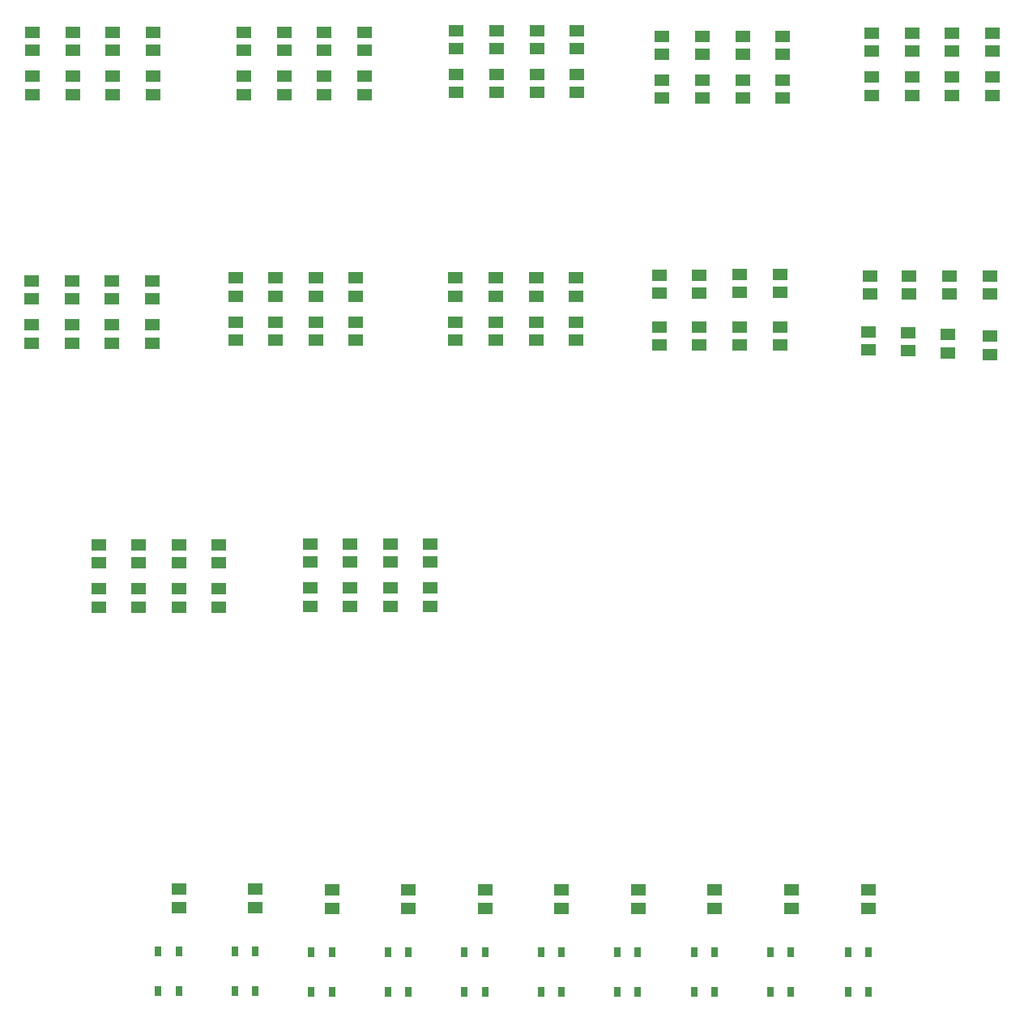
<source format=gbr>
G04 EAGLE Gerber RS-274X export*
G75*
%MOMM*%
%FSLAX34Y34*%
%LPD*%
%INSolderpaste Top*%
%IPPOS*%
%AMOC8*
5,1,8,0,0,1.08239X$1,22.5*%
G01*
%ADD10R,1.500000X1.300000*%
%ADD11R,0.660400X1.041400*%


D10*
X155100Y958500D03*
X155100Y939500D03*
X155100Y985500D03*
X155100Y1004500D03*
X113000Y985500D03*
X113000Y1004500D03*
X113000Y958500D03*
X113000Y939500D03*
X71000Y985500D03*
X71000Y1004500D03*
X71000Y958500D03*
X71000Y939500D03*
X197000Y985500D03*
X197000Y1004500D03*
X197000Y958500D03*
X197000Y939500D03*
X156100Y1218500D03*
X156100Y1199500D03*
X156100Y1245500D03*
X156100Y1264500D03*
X114000Y1245500D03*
X114000Y1264500D03*
X114000Y1218500D03*
X114000Y1199500D03*
X72000Y1245500D03*
X72000Y1264500D03*
X72000Y1218500D03*
X72000Y1199500D03*
X198000Y1245500D03*
X198000Y1264500D03*
X198000Y1218500D03*
X198000Y1199500D03*
X368100Y961500D03*
X368100Y942500D03*
X368100Y988500D03*
X368100Y1007500D03*
X326000Y988500D03*
X326000Y1007500D03*
X326000Y961500D03*
X326000Y942500D03*
X284000Y988500D03*
X284000Y1007500D03*
X284000Y961500D03*
X284000Y942500D03*
X410000Y988500D03*
X410000Y1007500D03*
X410000Y961500D03*
X410000Y942500D03*
X377100Y1218500D03*
X377100Y1199500D03*
X377100Y1245500D03*
X377100Y1264500D03*
X335000Y1245500D03*
X335000Y1264500D03*
X335000Y1218500D03*
X335000Y1199500D03*
X293000Y1245500D03*
X293000Y1264500D03*
X293000Y1218500D03*
X293000Y1199500D03*
X419000Y1245500D03*
X419000Y1264500D03*
X419000Y1218500D03*
X419000Y1199500D03*
X598100Y961500D03*
X598100Y942500D03*
X598100Y988500D03*
X598100Y1007500D03*
X556000Y988500D03*
X556000Y1007500D03*
X556000Y961500D03*
X556000Y942500D03*
X514000Y988500D03*
X514000Y1007500D03*
X514000Y961500D03*
X514000Y942500D03*
X640000Y988500D03*
X640000Y1007500D03*
X640000Y961500D03*
X640000Y942500D03*
X599100Y1220500D03*
X599100Y1201500D03*
X599100Y1247500D03*
X599100Y1266500D03*
X557000Y1247500D03*
X557000Y1266500D03*
X557000Y1220500D03*
X557000Y1201500D03*
X515000Y1247500D03*
X515000Y1266500D03*
X515000Y1220500D03*
X515000Y1201500D03*
X641000Y1247500D03*
X641000Y1266500D03*
X641000Y1220500D03*
X641000Y1201500D03*
X446100Y683500D03*
X446100Y664500D03*
X446100Y710500D03*
X446100Y729500D03*
X404000Y710500D03*
X404000Y729500D03*
X404000Y683500D03*
X404000Y664500D03*
X362000Y710500D03*
X362000Y729500D03*
X362000Y683500D03*
X362000Y664500D03*
X488000Y710500D03*
X488000Y729500D03*
X488000Y683500D03*
X488000Y664500D03*
X225100Y682500D03*
X225100Y663500D03*
X225100Y709500D03*
X225100Y728500D03*
X183000Y709500D03*
X183000Y728500D03*
X183000Y682500D03*
X183000Y663500D03*
X141000Y709500D03*
X141000Y728500D03*
X141000Y682500D03*
X141000Y663500D03*
X267000Y709500D03*
X267000Y728500D03*
X267000Y682500D03*
X267000Y663500D03*
X814100Y1214500D03*
X814100Y1195500D03*
X814100Y1241500D03*
X814100Y1260500D03*
X772000Y1241500D03*
X772000Y1260500D03*
X772000Y1214500D03*
X772000Y1195500D03*
X730000Y1241500D03*
X730000Y1260500D03*
X730000Y1214500D03*
X730000Y1195500D03*
X856000Y1241500D03*
X856000Y1260500D03*
X856000Y1214500D03*
X856000Y1195500D03*
X1033100Y1217500D03*
X1033100Y1198500D03*
X1033100Y1244500D03*
X1033100Y1263500D03*
X991000Y1244500D03*
X991000Y1263500D03*
X991000Y1217500D03*
X991000Y1198500D03*
X949000Y1244500D03*
X949000Y1263500D03*
X949000Y1217500D03*
X949000Y1198500D03*
X1075000Y1244500D03*
X1075000Y1263500D03*
X1075000Y1217500D03*
X1075000Y1198500D03*
X1030000Y990500D03*
X1030000Y1009500D03*
X1029000Y948500D03*
X1029000Y929500D03*
X988000Y990500D03*
X988000Y1009500D03*
X987000Y950500D03*
X987000Y931500D03*
X947000Y990500D03*
X947000Y1009500D03*
X946000Y951500D03*
X946000Y932500D03*
X1073000Y990500D03*
X1073000Y1009500D03*
X1073000Y946500D03*
X1073000Y927500D03*
X811000Y992500D03*
X811000Y1011500D03*
X811000Y956500D03*
X811000Y937500D03*
X769000Y991500D03*
X769000Y1010500D03*
X769000Y956500D03*
X769000Y937500D03*
X727000Y991500D03*
X727000Y1010500D03*
X727000Y956500D03*
X727000Y937500D03*
X853000Y992500D03*
X853000Y1011500D03*
X853000Y956500D03*
X853000Y937500D03*
D11*
X224750Y303750D03*
X203250Y303750D03*
X203250Y262250D03*
X224750Y262250D03*
D10*
X225000Y368500D03*
X225000Y349500D03*
D11*
X304750Y303750D03*
X283250Y303750D03*
X283250Y262250D03*
X304750Y262250D03*
D10*
X305000Y368500D03*
X305000Y349500D03*
D11*
X384750Y302750D03*
X363250Y302750D03*
X363250Y261250D03*
X384750Y261250D03*
D10*
X385000Y367500D03*
X385000Y348500D03*
D11*
X464750Y302750D03*
X443250Y302750D03*
X443250Y261250D03*
X464750Y261250D03*
D10*
X465000Y367500D03*
X465000Y348500D03*
D11*
X544750Y302750D03*
X523250Y302750D03*
X523250Y261250D03*
X544750Y261250D03*
D10*
X545000Y367500D03*
X545000Y348500D03*
D11*
X624750Y302750D03*
X603250Y302750D03*
X603250Y261250D03*
X624750Y261250D03*
D10*
X625000Y367500D03*
X625000Y348500D03*
D11*
X704750Y302750D03*
X683250Y302750D03*
X683250Y261250D03*
X704750Y261250D03*
D10*
X705000Y367500D03*
X705000Y348500D03*
D11*
X784750Y302750D03*
X763250Y302750D03*
X763250Y261250D03*
X784750Y261250D03*
D10*
X785000Y367500D03*
X785000Y348500D03*
D11*
X864750Y302750D03*
X843250Y302750D03*
X843250Y261250D03*
X864750Y261250D03*
D10*
X865000Y367500D03*
X865000Y348500D03*
D11*
X945750Y302750D03*
X924250Y302750D03*
X924250Y261250D03*
X945750Y261250D03*
D10*
X946000Y367500D03*
X946000Y348500D03*
M02*

</source>
